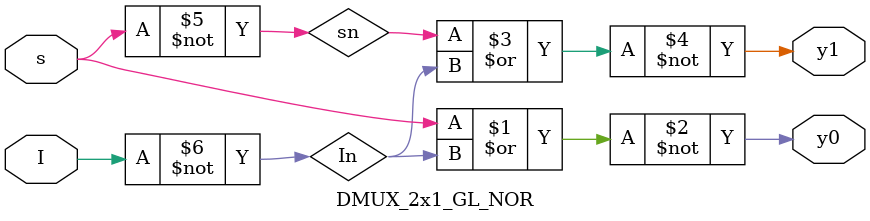
<source format=v>
`timescale 1ns / 1ps


module DMUX_2x1_GL_NOR(
input I,s, 
output y0,y1);
    
not n1(sn,s);
not n2(In,I);
nor nr1(y0,s,In);
nor nr2(y1,sn,In);

endmodule

</source>
